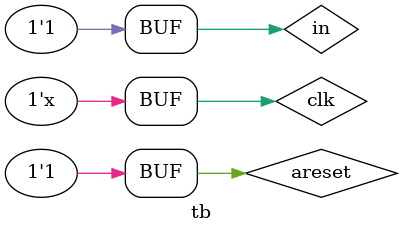
<source format=v>
`timescale 1ns / 1ps


module tb;
reg clk,areset,in;  
wire out ;  

Q4 uut(.clk(clk),.areset(areset),.in(in),.out(out)); 
always #2 clk = ~clk;
initial begin
clk = 0;
#10 areset = 1 ; in = 1;
#10 areset = 0 ; in = 0;
#10 areset = 0 ; in = 1;
#10 areset = 1 ; in = 0;
#10 areset = 1 ; in = 1;
end



endmodule

</source>
